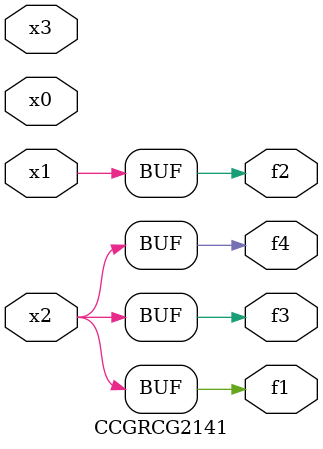
<source format=v>
module CCGRCG2141(
	input x0, x1, x2, x3,
	output f1, f2, f3, f4
);
	assign f1 = x2;
	assign f2 = x1;
	assign f3 = x2;
	assign f4 = x2;
endmodule

</source>
